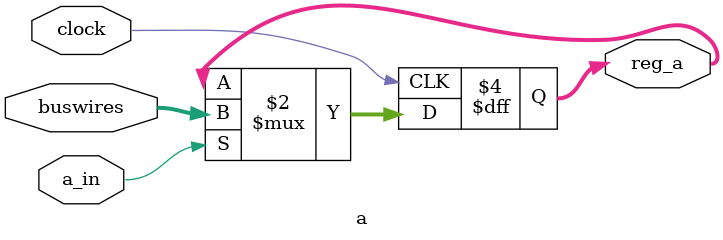
<source format=v>
module a(clock, buswires,a_in,reg_a);

	input [15:0] buswires;
	input a_in, clock;
	output reg [15:0] reg_a;
	
	always@(posedge clock) begin
		if(a_in)
			reg_a <= buswires;
	end
	
endmodule

</source>
